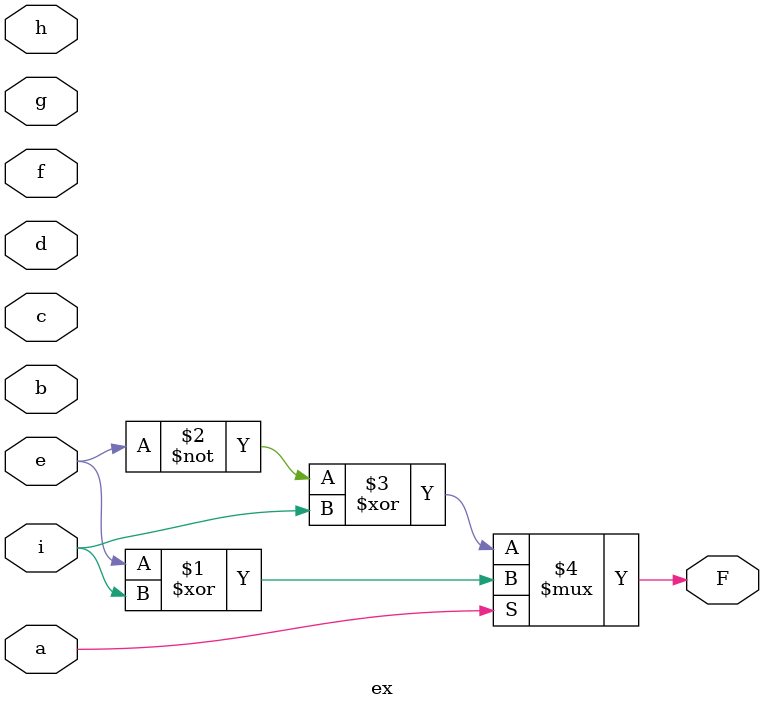
<source format=v>

module ex ( 
    a, b, c, d, e, f, g, h, i,
    F  );
  input  a, b, c, d, e, f, g, h, i;
  output F;
  assign F = a ? (e ^ i) : (~e ^ i);
endmodule



</source>
